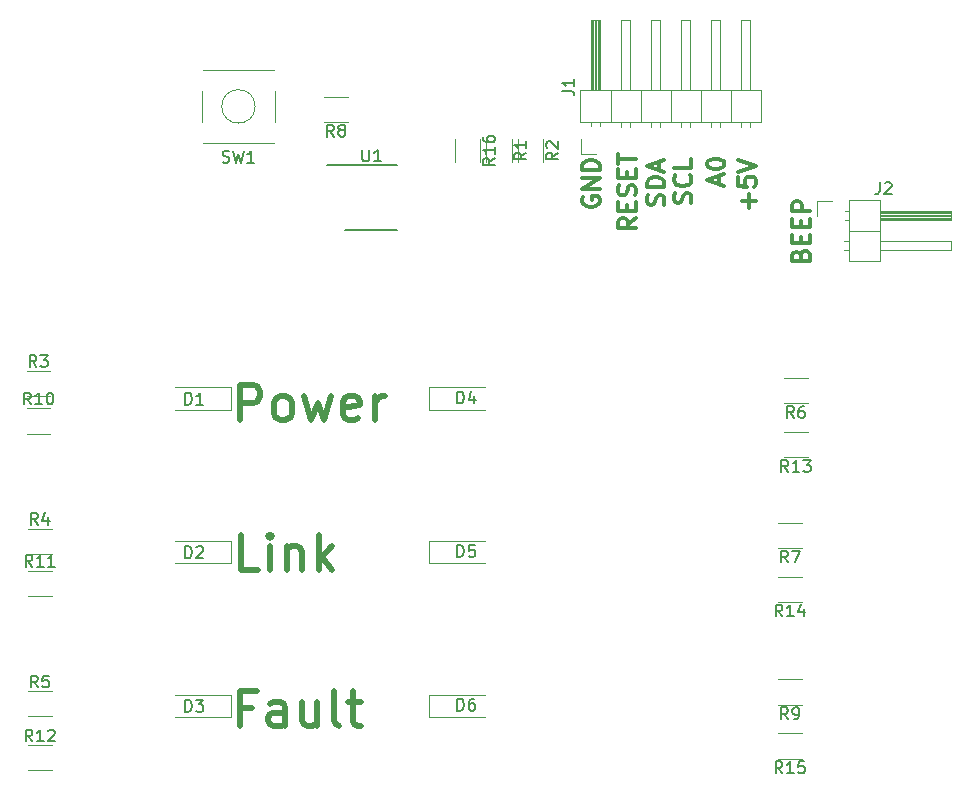
<source format=gto>
G04 #@! TF.FileFunction,Legend,Top*
%FSLAX46Y46*%
G04 Gerber Fmt 4.6, Leading zero omitted, Abs format (unit mm)*
G04 Created by KiCad (PCBNEW 4.0.7) date 02/21/18 16:56:12*
%MOMM*%
%LPD*%
G01*
G04 APERTURE LIST*
%ADD10C,0.100000*%
%ADD11C,0.300000*%
%ADD12C,0.500000*%
%ADD13C,0.120000*%
%ADD14C,0.150000*%
G04 APERTURE END LIST*
D10*
D11*
X124352857Y-47847000D02*
X124424286Y-47632714D01*
X124495714Y-47561286D01*
X124638571Y-47489857D01*
X124852857Y-47489857D01*
X124995714Y-47561286D01*
X125067143Y-47632714D01*
X125138571Y-47775572D01*
X125138571Y-48347000D01*
X123638571Y-48347000D01*
X123638571Y-47847000D01*
X123710000Y-47704143D01*
X123781429Y-47632714D01*
X123924286Y-47561286D01*
X124067143Y-47561286D01*
X124210000Y-47632714D01*
X124281429Y-47704143D01*
X124352857Y-47847000D01*
X124352857Y-48347000D01*
X124352857Y-46847000D02*
X124352857Y-46347000D01*
X125138571Y-46132714D02*
X125138571Y-46847000D01*
X123638571Y-46847000D01*
X123638571Y-46132714D01*
X124352857Y-45489857D02*
X124352857Y-44989857D01*
X125138571Y-44775571D02*
X125138571Y-45489857D01*
X123638571Y-45489857D01*
X123638571Y-44775571D01*
X125138571Y-44132714D02*
X123638571Y-44132714D01*
X123638571Y-43561286D01*
X123710000Y-43418428D01*
X123781429Y-43347000D01*
X123924286Y-43275571D01*
X124138571Y-43275571D01*
X124281429Y-43347000D01*
X124352857Y-43418428D01*
X124424286Y-43561286D01*
X124424286Y-44132714D01*
X119995143Y-43838571D02*
X119995143Y-42695714D01*
X120566571Y-43267143D02*
X119423714Y-43267143D01*
X119066571Y-41267142D02*
X119066571Y-41981428D01*
X119780857Y-42052857D01*
X119709429Y-41981428D01*
X119638000Y-41838571D01*
X119638000Y-41481428D01*
X119709429Y-41338571D01*
X119780857Y-41267142D01*
X119923714Y-41195714D01*
X120280857Y-41195714D01*
X120423714Y-41267142D01*
X120495143Y-41338571D01*
X120566571Y-41481428D01*
X120566571Y-41838571D01*
X120495143Y-41981428D01*
X120423714Y-42052857D01*
X119066571Y-40767143D02*
X120566571Y-40267143D01*
X119066571Y-39767143D01*
X117471000Y-41838428D02*
X117471000Y-41124142D01*
X117899571Y-41981285D02*
X116399571Y-41481285D01*
X117899571Y-40981285D01*
X116399571Y-40195571D02*
X116399571Y-40052714D01*
X116471000Y-39909857D01*
X116542429Y-39838428D01*
X116685286Y-39766999D01*
X116971000Y-39695571D01*
X117328143Y-39695571D01*
X117613857Y-39766999D01*
X117756714Y-39838428D01*
X117828143Y-39909857D01*
X117899571Y-40052714D01*
X117899571Y-40195571D01*
X117828143Y-40338428D01*
X117756714Y-40409857D01*
X117613857Y-40481285D01*
X117328143Y-40552714D01*
X116971000Y-40552714D01*
X116685286Y-40481285D01*
X116542429Y-40409857D01*
X116471000Y-40338428D01*
X116399571Y-40195571D01*
X115034143Y-43441714D02*
X115105571Y-43227428D01*
X115105571Y-42870285D01*
X115034143Y-42727428D01*
X114962714Y-42655999D01*
X114819857Y-42584571D01*
X114677000Y-42584571D01*
X114534143Y-42655999D01*
X114462714Y-42727428D01*
X114391286Y-42870285D01*
X114319857Y-43155999D01*
X114248429Y-43298857D01*
X114177000Y-43370285D01*
X114034143Y-43441714D01*
X113891286Y-43441714D01*
X113748429Y-43370285D01*
X113677000Y-43298857D01*
X113605571Y-43155999D01*
X113605571Y-42798857D01*
X113677000Y-42584571D01*
X114962714Y-41084571D02*
X115034143Y-41156000D01*
X115105571Y-41370286D01*
X115105571Y-41513143D01*
X115034143Y-41727428D01*
X114891286Y-41870286D01*
X114748429Y-41941714D01*
X114462714Y-42013143D01*
X114248429Y-42013143D01*
X113962714Y-41941714D01*
X113819857Y-41870286D01*
X113677000Y-41727428D01*
X113605571Y-41513143D01*
X113605571Y-41370286D01*
X113677000Y-41156000D01*
X113748429Y-41084571D01*
X115105571Y-39727428D02*
X115105571Y-40441714D01*
X113605571Y-40441714D01*
X112748143Y-43604428D02*
X112819571Y-43390142D01*
X112819571Y-43032999D01*
X112748143Y-42890142D01*
X112676714Y-42818713D01*
X112533857Y-42747285D01*
X112391000Y-42747285D01*
X112248143Y-42818713D01*
X112176714Y-42890142D01*
X112105286Y-43032999D01*
X112033857Y-43318713D01*
X111962429Y-43461571D01*
X111891000Y-43532999D01*
X111748143Y-43604428D01*
X111605286Y-43604428D01*
X111462429Y-43532999D01*
X111391000Y-43461571D01*
X111319571Y-43318713D01*
X111319571Y-42961571D01*
X111391000Y-42747285D01*
X112819571Y-42104428D02*
X111319571Y-42104428D01*
X111319571Y-41747285D01*
X111391000Y-41533000D01*
X111533857Y-41390142D01*
X111676714Y-41318714D01*
X111962429Y-41247285D01*
X112176714Y-41247285D01*
X112462429Y-41318714D01*
X112605286Y-41390142D01*
X112748143Y-41533000D01*
X112819571Y-41747285D01*
X112819571Y-42104428D01*
X112391000Y-40675857D02*
X112391000Y-39961571D01*
X112819571Y-40818714D02*
X111319571Y-40318714D01*
X112819571Y-39818714D01*
X110406571Y-44723571D02*
X109692286Y-45223571D01*
X110406571Y-45580714D02*
X108906571Y-45580714D01*
X108906571Y-45009286D01*
X108978000Y-44866428D01*
X109049429Y-44795000D01*
X109192286Y-44723571D01*
X109406571Y-44723571D01*
X109549429Y-44795000D01*
X109620857Y-44866428D01*
X109692286Y-45009286D01*
X109692286Y-45580714D01*
X109620857Y-44080714D02*
X109620857Y-43580714D01*
X110406571Y-43366428D02*
X110406571Y-44080714D01*
X108906571Y-44080714D01*
X108906571Y-43366428D01*
X110335143Y-42795000D02*
X110406571Y-42580714D01*
X110406571Y-42223571D01*
X110335143Y-42080714D01*
X110263714Y-42009285D01*
X110120857Y-41937857D01*
X109978000Y-41937857D01*
X109835143Y-42009285D01*
X109763714Y-42080714D01*
X109692286Y-42223571D01*
X109620857Y-42509285D01*
X109549429Y-42652143D01*
X109478000Y-42723571D01*
X109335143Y-42795000D01*
X109192286Y-42795000D01*
X109049429Y-42723571D01*
X108978000Y-42652143D01*
X108906571Y-42509285D01*
X108906571Y-42152143D01*
X108978000Y-41937857D01*
X109620857Y-41295000D02*
X109620857Y-40795000D01*
X110406571Y-40580714D02*
X110406571Y-41295000D01*
X108906571Y-41295000D01*
X108906571Y-40580714D01*
X108906571Y-40152143D02*
X108906571Y-39295000D01*
X110406571Y-39723571D02*
X108906571Y-39723571D01*
X105930000Y-42925857D02*
X105858571Y-43068714D01*
X105858571Y-43283000D01*
X105930000Y-43497285D01*
X106072857Y-43640143D01*
X106215714Y-43711571D01*
X106501429Y-43783000D01*
X106715714Y-43783000D01*
X107001429Y-43711571D01*
X107144286Y-43640143D01*
X107287143Y-43497285D01*
X107358571Y-43283000D01*
X107358571Y-43140143D01*
X107287143Y-42925857D01*
X107215714Y-42854428D01*
X106715714Y-42854428D01*
X106715714Y-43140143D01*
X107358571Y-42211571D02*
X105858571Y-42211571D01*
X107358571Y-41354428D01*
X105858571Y-41354428D01*
X107358571Y-40640142D02*
X105858571Y-40640142D01*
X105858571Y-40282999D01*
X105930000Y-40068714D01*
X106072857Y-39925856D01*
X106215714Y-39854428D01*
X106501429Y-39782999D01*
X106715714Y-39782999D01*
X107001429Y-39854428D01*
X107144286Y-39925856D01*
X107287143Y-40068714D01*
X107358571Y-40282999D01*
X107358571Y-40640142D01*
D12*
X77859428Y-86145714D02*
X76859428Y-86145714D01*
X76859428Y-87717143D02*
X76859428Y-84717143D01*
X78287999Y-84717143D01*
X80716571Y-87717143D02*
X80716571Y-86145714D01*
X80573714Y-85860000D01*
X80288000Y-85717143D01*
X79716571Y-85717143D01*
X79430857Y-85860000D01*
X80716571Y-87574286D02*
X80430857Y-87717143D01*
X79716571Y-87717143D01*
X79430857Y-87574286D01*
X79288000Y-87288571D01*
X79288000Y-87002857D01*
X79430857Y-86717143D01*
X79716571Y-86574286D01*
X80430857Y-86574286D01*
X80716571Y-86431429D01*
X83430857Y-85717143D02*
X83430857Y-87717143D01*
X82145143Y-85717143D02*
X82145143Y-87288571D01*
X82288000Y-87574286D01*
X82573714Y-87717143D01*
X83002286Y-87717143D01*
X83288000Y-87574286D01*
X83430857Y-87431429D01*
X85288000Y-87717143D02*
X85002286Y-87574286D01*
X84859429Y-87288571D01*
X84859429Y-84717143D01*
X86002286Y-85717143D02*
X87145143Y-85717143D01*
X86430858Y-84717143D02*
X86430858Y-87288571D01*
X86573715Y-87574286D01*
X86859429Y-87717143D01*
X87145143Y-87717143D01*
X78414858Y-74509143D02*
X76986287Y-74509143D01*
X76986287Y-71509143D01*
X79414858Y-74509143D02*
X79414858Y-72509143D01*
X79414858Y-71509143D02*
X79272001Y-71652000D01*
X79414858Y-71794857D01*
X79557715Y-71652000D01*
X79414858Y-71509143D01*
X79414858Y-71794857D01*
X80843429Y-72509143D02*
X80843429Y-74509143D01*
X80843429Y-72794857D02*
X80986286Y-72652000D01*
X81272000Y-72509143D01*
X81700572Y-72509143D01*
X81986286Y-72652000D01*
X82129143Y-72937714D01*
X82129143Y-74509143D01*
X83557715Y-74509143D02*
X83557715Y-71509143D01*
X83843429Y-73366286D02*
X84700572Y-74509143D01*
X84700572Y-72509143D02*
X83557715Y-73652000D01*
X76875429Y-61809143D02*
X76875429Y-58809143D01*
X78018286Y-58809143D01*
X78304000Y-58952000D01*
X78446857Y-59094857D01*
X78589714Y-59380571D01*
X78589714Y-59809143D01*
X78446857Y-60094857D01*
X78304000Y-60237714D01*
X78018286Y-60380571D01*
X76875429Y-60380571D01*
X80304000Y-61809143D02*
X80018286Y-61666286D01*
X79875429Y-61523429D01*
X79732572Y-61237714D01*
X79732572Y-60380571D01*
X79875429Y-60094857D01*
X80018286Y-59952000D01*
X80304000Y-59809143D01*
X80732572Y-59809143D01*
X81018286Y-59952000D01*
X81161143Y-60094857D01*
X81304000Y-60380571D01*
X81304000Y-61237714D01*
X81161143Y-61523429D01*
X81018286Y-61666286D01*
X80732572Y-61809143D01*
X80304000Y-61809143D01*
X82304000Y-59809143D02*
X82875429Y-61809143D01*
X83446858Y-60380571D01*
X84018286Y-61809143D01*
X84589715Y-59809143D01*
X86875429Y-61666286D02*
X86589715Y-61809143D01*
X86018286Y-61809143D01*
X85732572Y-61666286D01*
X85589715Y-61380571D01*
X85589715Y-60237714D01*
X85732572Y-59952000D01*
X86018286Y-59809143D01*
X86589715Y-59809143D01*
X86875429Y-59952000D01*
X87018286Y-60237714D01*
X87018286Y-60523429D01*
X85589715Y-60809143D01*
X88304001Y-61809143D02*
X88304001Y-59809143D01*
X88304001Y-60380571D02*
X88446858Y-60094857D01*
X88589715Y-59952000D01*
X88875429Y-59809143D01*
X89161144Y-59809143D01*
D13*
X105670000Y-36560000D02*
X121030000Y-36560000D01*
X121030000Y-36560000D02*
X121030000Y-33900000D01*
X121030000Y-33900000D02*
X105670000Y-33900000D01*
X105670000Y-33900000D02*
X105670000Y-36560000D01*
X106620000Y-33900000D02*
X106620000Y-27900000D01*
X106620000Y-27900000D02*
X107380000Y-27900000D01*
X107380000Y-27900000D02*
X107380000Y-33900000D01*
X106680000Y-33900000D02*
X106680000Y-27900000D01*
X106800000Y-33900000D02*
X106800000Y-27900000D01*
X106920000Y-33900000D02*
X106920000Y-27900000D01*
X107040000Y-33900000D02*
X107040000Y-27900000D01*
X107160000Y-33900000D02*
X107160000Y-27900000D01*
X107280000Y-33900000D02*
X107280000Y-27900000D01*
X106620000Y-36890000D02*
X106620000Y-36560000D01*
X107380000Y-36890000D02*
X107380000Y-36560000D01*
X108270000Y-36560000D02*
X108270000Y-33900000D01*
X109160000Y-33900000D02*
X109160000Y-27900000D01*
X109160000Y-27900000D02*
X109920000Y-27900000D01*
X109920000Y-27900000D02*
X109920000Y-33900000D01*
X109160000Y-36957071D02*
X109160000Y-36560000D01*
X109920000Y-36957071D02*
X109920000Y-36560000D01*
X110810000Y-36560000D02*
X110810000Y-33900000D01*
X111700000Y-33900000D02*
X111700000Y-27900000D01*
X111700000Y-27900000D02*
X112460000Y-27900000D01*
X112460000Y-27900000D02*
X112460000Y-33900000D01*
X111700000Y-36957071D02*
X111700000Y-36560000D01*
X112460000Y-36957071D02*
X112460000Y-36560000D01*
X113350000Y-36560000D02*
X113350000Y-33900000D01*
X114240000Y-33900000D02*
X114240000Y-27900000D01*
X114240000Y-27900000D02*
X115000000Y-27900000D01*
X115000000Y-27900000D02*
X115000000Y-33900000D01*
X114240000Y-36957071D02*
X114240000Y-36560000D01*
X115000000Y-36957071D02*
X115000000Y-36560000D01*
X115890000Y-36560000D02*
X115890000Y-33900000D01*
X116780000Y-33900000D02*
X116780000Y-27900000D01*
X116780000Y-27900000D02*
X117540000Y-27900000D01*
X117540000Y-27900000D02*
X117540000Y-33900000D01*
X116780000Y-36957071D02*
X116780000Y-36560000D01*
X117540000Y-36957071D02*
X117540000Y-36560000D01*
X118430000Y-36560000D02*
X118430000Y-33900000D01*
X119320000Y-33900000D02*
X119320000Y-27900000D01*
X119320000Y-27900000D02*
X120080000Y-27900000D01*
X120080000Y-27900000D02*
X120080000Y-33900000D01*
X119320000Y-36957071D02*
X119320000Y-36560000D01*
X120080000Y-36957071D02*
X120080000Y-36560000D01*
X107000000Y-39270000D02*
X105730000Y-39270000D01*
X105730000Y-39270000D02*
X105730000Y-38000000D01*
X128440000Y-43170000D02*
X128440000Y-48370000D01*
X128440000Y-48370000D02*
X131100000Y-48370000D01*
X131100000Y-48370000D02*
X131100000Y-43170000D01*
X131100000Y-43170000D02*
X128440000Y-43170000D01*
X131100000Y-44120000D02*
X137100000Y-44120000D01*
X137100000Y-44120000D02*
X137100000Y-44880000D01*
X137100000Y-44880000D02*
X131100000Y-44880000D01*
X131100000Y-44180000D02*
X137100000Y-44180000D01*
X131100000Y-44300000D02*
X137100000Y-44300000D01*
X131100000Y-44420000D02*
X137100000Y-44420000D01*
X131100000Y-44540000D02*
X137100000Y-44540000D01*
X131100000Y-44660000D02*
X137100000Y-44660000D01*
X131100000Y-44780000D02*
X137100000Y-44780000D01*
X128110000Y-44120000D02*
X128440000Y-44120000D01*
X128110000Y-44880000D02*
X128440000Y-44880000D01*
X128440000Y-45770000D02*
X131100000Y-45770000D01*
X131100000Y-46660000D02*
X137100000Y-46660000D01*
X137100000Y-46660000D02*
X137100000Y-47420000D01*
X137100000Y-47420000D02*
X131100000Y-47420000D01*
X128042929Y-46660000D02*
X128440000Y-46660000D01*
X128042929Y-47420000D02*
X128440000Y-47420000D01*
X125730000Y-44500000D02*
X125730000Y-43230000D01*
X125730000Y-43230000D02*
X127000000Y-43230000D01*
X97736000Y-39989000D02*
X97736000Y-37989000D01*
X99876000Y-37989000D02*
X99876000Y-39989000D01*
X100430000Y-40000000D02*
X100430000Y-38000000D01*
X102570000Y-38000000D02*
X102570000Y-40000000D01*
X60817000Y-59775000D02*
X58817000Y-59775000D01*
X58817000Y-57635000D02*
X60817000Y-57635000D01*
X60936000Y-73134000D02*
X58936000Y-73134000D01*
X58936000Y-70994000D02*
X60936000Y-70994000D01*
X60944000Y-86906000D02*
X58944000Y-86906000D01*
X58944000Y-84766000D02*
X60944000Y-84766000D01*
X122936000Y-58254000D02*
X124936000Y-58254000D01*
X124936000Y-60394000D02*
X122936000Y-60394000D01*
X122436000Y-70486000D02*
X124436000Y-70486000D01*
X124436000Y-72626000D02*
X122436000Y-72626000D01*
X84000000Y-34430000D02*
X86000000Y-34430000D01*
X86000000Y-36570000D02*
X84000000Y-36570000D01*
X122444000Y-83766000D02*
X124444000Y-83766000D01*
X124444000Y-85906000D02*
X122444000Y-85906000D01*
X60817000Y-62950000D02*
X58817000Y-62950000D01*
X58817000Y-60810000D02*
X60817000Y-60810000D01*
X60936000Y-76690000D02*
X58936000Y-76690000D01*
X58936000Y-74550000D02*
X60936000Y-74550000D01*
X60944000Y-91478000D02*
X58944000Y-91478000D01*
X58944000Y-89338000D02*
X60944000Y-89338000D01*
X122936000Y-62826000D02*
X124936000Y-62826000D01*
X124936000Y-64966000D02*
X122936000Y-64966000D01*
X122436000Y-75058000D02*
X124436000Y-75058000D01*
X124436000Y-77198000D02*
X122436000Y-77198000D01*
X122444000Y-88338000D02*
X124444000Y-88338000D01*
X124444000Y-90478000D02*
X122444000Y-90478000D01*
X78164214Y-35250000D02*
G75*
G03X78164214Y-35250000I-1414214J0D01*
G01*
X79720000Y-32130000D02*
X73780000Y-32130000D01*
X79720000Y-38370000D02*
X73780000Y-38370000D01*
X79870000Y-33910000D02*
X79870000Y-36590000D01*
X73630000Y-36590000D02*
X73630000Y-33910000D01*
D14*
X85800000Y-45725000D02*
X90200000Y-45725000D01*
X84225000Y-40200000D02*
X90200000Y-40200000D01*
D13*
X92900000Y-85050000D02*
X92900000Y-86950000D01*
X92900000Y-86950000D02*
X97600000Y-86950000D01*
X92900000Y-85050000D02*
X97600000Y-85050000D01*
X92900000Y-72050000D02*
X92900000Y-73950000D01*
X92900000Y-73950000D02*
X97600000Y-73950000D01*
X92900000Y-72050000D02*
X97600000Y-72050000D01*
X92900000Y-59050000D02*
X92900000Y-60950000D01*
X92900000Y-60950000D02*
X97600000Y-60950000D01*
X92900000Y-59050000D02*
X97600000Y-59050000D01*
X76100000Y-86950000D02*
X76100000Y-85050000D01*
X76100000Y-85050000D02*
X71400000Y-85050000D01*
X76100000Y-86950000D02*
X71400000Y-86950000D01*
X76100000Y-73950000D02*
X76100000Y-72050000D01*
X76100000Y-72050000D02*
X71400000Y-72050000D01*
X76100000Y-73950000D02*
X71400000Y-73950000D01*
X76100000Y-60950000D02*
X76100000Y-59050000D01*
X76100000Y-59050000D02*
X71400000Y-59050000D01*
X76100000Y-60950000D02*
X71400000Y-60950000D01*
X95069000Y-39989000D02*
X95069000Y-37989000D01*
X97209000Y-37989000D02*
X97209000Y-39989000D01*
D14*
X104182381Y-33948333D02*
X104896667Y-33948333D01*
X105039524Y-33995953D01*
X105134762Y-34091191D01*
X105182381Y-34234048D01*
X105182381Y-34329286D01*
X105182381Y-32948333D02*
X105182381Y-33519762D01*
X105182381Y-33234048D02*
X104182381Y-33234048D01*
X104325238Y-33329286D01*
X104420476Y-33424524D01*
X104468095Y-33519762D01*
X131051667Y-41682381D02*
X131051667Y-42396667D01*
X131004047Y-42539524D01*
X130908809Y-42634762D01*
X130765952Y-42682381D01*
X130670714Y-42682381D01*
X131480238Y-41777619D02*
X131527857Y-41730000D01*
X131623095Y-41682381D01*
X131861191Y-41682381D01*
X131956429Y-41730000D01*
X132004048Y-41777619D01*
X132051667Y-41872857D01*
X132051667Y-41968095D01*
X132004048Y-42110952D01*
X131432619Y-42682381D01*
X132051667Y-42682381D01*
X101108381Y-39155666D02*
X100632190Y-39489000D01*
X101108381Y-39727095D02*
X100108381Y-39727095D01*
X100108381Y-39346142D01*
X100156000Y-39250904D01*
X100203619Y-39203285D01*
X100298857Y-39155666D01*
X100441714Y-39155666D01*
X100536952Y-39203285D01*
X100584571Y-39250904D01*
X100632190Y-39346142D01*
X100632190Y-39727095D01*
X101108381Y-38203285D02*
X101108381Y-38774714D01*
X101108381Y-38489000D02*
X100108381Y-38489000D01*
X100251238Y-38584238D01*
X100346476Y-38679476D01*
X100394095Y-38774714D01*
X103802381Y-39166666D02*
X103326190Y-39500000D01*
X103802381Y-39738095D02*
X102802381Y-39738095D01*
X102802381Y-39357142D01*
X102850000Y-39261904D01*
X102897619Y-39214285D01*
X102992857Y-39166666D01*
X103135714Y-39166666D01*
X103230952Y-39214285D01*
X103278571Y-39261904D01*
X103326190Y-39357142D01*
X103326190Y-39738095D01*
X102897619Y-38785714D02*
X102850000Y-38738095D01*
X102802381Y-38642857D01*
X102802381Y-38404761D01*
X102850000Y-38309523D01*
X102897619Y-38261904D01*
X102992857Y-38214285D01*
X103088095Y-38214285D01*
X103230952Y-38261904D01*
X103802381Y-38833333D01*
X103802381Y-38214285D01*
X59650334Y-57307381D02*
X59317000Y-56831190D01*
X59078905Y-57307381D02*
X59078905Y-56307381D01*
X59459858Y-56307381D01*
X59555096Y-56355000D01*
X59602715Y-56402619D01*
X59650334Y-56497857D01*
X59650334Y-56640714D01*
X59602715Y-56735952D01*
X59555096Y-56783571D01*
X59459858Y-56831190D01*
X59078905Y-56831190D01*
X59983667Y-56307381D02*
X60602715Y-56307381D01*
X60269381Y-56688333D01*
X60412239Y-56688333D01*
X60507477Y-56735952D01*
X60555096Y-56783571D01*
X60602715Y-56878810D01*
X60602715Y-57116905D01*
X60555096Y-57212143D01*
X60507477Y-57259762D01*
X60412239Y-57307381D01*
X60126524Y-57307381D01*
X60031286Y-57259762D01*
X59983667Y-57212143D01*
X59769334Y-70666381D02*
X59436000Y-70190190D01*
X59197905Y-70666381D02*
X59197905Y-69666381D01*
X59578858Y-69666381D01*
X59674096Y-69714000D01*
X59721715Y-69761619D01*
X59769334Y-69856857D01*
X59769334Y-69999714D01*
X59721715Y-70094952D01*
X59674096Y-70142571D01*
X59578858Y-70190190D01*
X59197905Y-70190190D01*
X60626477Y-69999714D02*
X60626477Y-70666381D01*
X60388381Y-69618762D02*
X60150286Y-70333048D01*
X60769334Y-70333048D01*
X59777334Y-84438381D02*
X59444000Y-83962190D01*
X59205905Y-84438381D02*
X59205905Y-83438381D01*
X59586858Y-83438381D01*
X59682096Y-83486000D01*
X59729715Y-83533619D01*
X59777334Y-83628857D01*
X59777334Y-83771714D01*
X59729715Y-83866952D01*
X59682096Y-83914571D01*
X59586858Y-83962190D01*
X59205905Y-83962190D01*
X60682096Y-83438381D02*
X60205905Y-83438381D01*
X60158286Y-83914571D01*
X60205905Y-83866952D01*
X60301143Y-83819333D01*
X60539239Y-83819333D01*
X60634477Y-83866952D01*
X60682096Y-83914571D01*
X60729715Y-84009810D01*
X60729715Y-84247905D01*
X60682096Y-84343143D01*
X60634477Y-84390762D01*
X60539239Y-84438381D01*
X60301143Y-84438381D01*
X60205905Y-84390762D01*
X60158286Y-84343143D01*
X123769334Y-61626381D02*
X123436000Y-61150190D01*
X123197905Y-61626381D02*
X123197905Y-60626381D01*
X123578858Y-60626381D01*
X123674096Y-60674000D01*
X123721715Y-60721619D01*
X123769334Y-60816857D01*
X123769334Y-60959714D01*
X123721715Y-61054952D01*
X123674096Y-61102571D01*
X123578858Y-61150190D01*
X123197905Y-61150190D01*
X124626477Y-60626381D02*
X124436000Y-60626381D01*
X124340762Y-60674000D01*
X124293143Y-60721619D01*
X124197905Y-60864476D01*
X124150286Y-61054952D01*
X124150286Y-61435905D01*
X124197905Y-61531143D01*
X124245524Y-61578762D01*
X124340762Y-61626381D01*
X124531239Y-61626381D01*
X124626477Y-61578762D01*
X124674096Y-61531143D01*
X124721715Y-61435905D01*
X124721715Y-61197810D01*
X124674096Y-61102571D01*
X124626477Y-61054952D01*
X124531239Y-61007333D01*
X124340762Y-61007333D01*
X124245524Y-61054952D01*
X124197905Y-61102571D01*
X124150286Y-61197810D01*
X123269334Y-73858381D02*
X122936000Y-73382190D01*
X122697905Y-73858381D02*
X122697905Y-72858381D01*
X123078858Y-72858381D01*
X123174096Y-72906000D01*
X123221715Y-72953619D01*
X123269334Y-73048857D01*
X123269334Y-73191714D01*
X123221715Y-73286952D01*
X123174096Y-73334571D01*
X123078858Y-73382190D01*
X122697905Y-73382190D01*
X123602667Y-72858381D02*
X124269334Y-72858381D01*
X123840762Y-73858381D01*
X84833334Y-37802381D02*
X84500000Y-37326190D01*
X84261905Y-37802381D02*
X84261905Y-36802381D01*
X84642858Y-36802381D01*
X84738096Y-36850000D01*
X84785715Y-36897619D01*
X84833334Y-36992857D01*
X84833334Y-37135714D01*
X84785715Y-37230952D01*
X84738096Y-37278571D01*
X84642858Y-37326190D01*
X84261905Y-37326190D01*
X85404762Y-37230952D02*
X85309524Y-37183333D01*
X85261905Y-37135714D01*
X85214286Y-37040476D01*
X85214286Y-36992857D01*
X85261905Y-36897619D01*
X85309524Y-36850000D01*
X85404762Y-36802381D01*
X85595239Y-36802381D01*
X85690477Y-36850000D01*
X85738096Y-36897619D01*
X85785715Y-36992857D01*
X85785715Y-37040476D01*
X85738096Y-37135714D01*
X85690477Y-37183333D01*
X85595239Y-37230952D01*
X85404762Y-37230952D01*
X85309524Y-37278571D01*
X85261905Y-37326190D01*
X85214286Y-37421429D01*
X85214286Y-37611905D01*
X85261905Y-37707143D01*
X85309524Y-37754762D01*
X85404762Y-37802381D01*
X85595239Y-37802381D01*
X85690477Y-37754762D01*
X85738096Y-37707143D01*
X85785715Y-37611905D01*
X85785715Y-37421429D01*
X85738096Y-37326190D01*
X85690477Y-37278571D01*
X85595239Y-37230952D01*
X123277334Y-87138381D02*
X122944000Y-86662190D01*
X122705905Y-87138381D02*
X122705905Y-86138381D01*
X123086858Y-86138381D01*
X123182096Y-86186000D01*
X123229715Y-86233619D01*
X123277334Y-86328857D01*
X123277334Y-86471714D01*
X123229715Y-86566952D01*
X123182096Y-86614571D01*
X123086858Y-86662190D01*
X122705905Y-86662190D01*
X123753524Y-87138381D02*
X123944000Y-87138381D01*
X124039239Y-87090762D01*
X124086858Y-87043143D01*
X124182096Y-86900286D01*
X124229715Y-86709810D01*
X124229715Y-86328857D01*
X124182096Y-86233619D01*
X124134477Y-86186000D01*
X124039239Y-86138381D01*
X123848762Y-86138381D01*
X123753524Y-86186000D01*
X123705905Y-86233619D01*
X123658286Y-86328857D01*
X123658286Y-86566952D01*
X123705905Y-86662190D01*
X123753524Y-86709810D01*
X123848762Y-86757429D01*
X124039239Y-86757429D01*
X124134477Y-86709810D01*
X124182096Y-86662190D01*
X124229715Y-86566952D01*
X59174143Y-60482381D02*
X58840809Y-60006190D01*
X58602714Y-60482381D02*
X58602714Y-59482381D01*
X58983667Y-59482381D01*
X59078905Y-59530000D01*
X59126524Y-59577619D01*
X59174143Y-59672857D01*
X59174143Y-59815714D01*
X59126524Y-59910952D01*
X59078905Y-59958571D01*
X58983667Y-60006190D01*
X58602714Y-60006190D01*
X60126524Y-60482381D02*
X59555095Y-60482381D01*
X59840809Y-60482381D02*
X59840809Y-59482381D01*
X59745571Y-59625238D01*
X59650333Y-59720476D01*
X59555095Y-59768095D01*
X60745571Y-59482381D02*
X60840810Y-59482381D01*
X60936048Y-59530000D01*
X60983667Y-59577619D01*
X61031286Y-59672857D01*
X61078905Y-59863333D01*
X61078905Y-60101429D01*
X61031286Y-60291905D01*
X60983667Y-60387143D01*
X60936048Y-60434762D01*
X60840810Y-60482381D01*
X60745571Y-60482381D01*
X60650333Y-60434762D01*
X60602714Y-60387143D01*
X60555095Y-60291905D01*
X60507476Y-60101429D01*
X60507476Y-59863333D01*
X60555095Y-59672857D01*
X60602714Y-59577619D01*
X60650333Y-59530000D01*
X60745571Y-59482381D01*
X59293143Y-74222381D02*
X58959809Y-73746190D01*
X58721714Y-74222381D02*
X58721714Y-73222381D01*
X59102667Y-73222381D01*
X59197905Y-73270000D01*
X59245524Y-73317619D01*
X59293143Y-73412857D01*
X59293143Y-73555714D01*
X59245524Y-73650952D01*
X59197905Y-73698571D01*
X59102667Y-73746190D01*
X58721714Y-73746190D01*
X60245524Y-74222381D02*
X59674095Y-74222381D01*
X59959809Y-74222381D02*
X59959809Y-73222381D01*
X59864571Y-73365238D01*
X59769333Y-73460476D01*
X59674095Y-73508095D01*
X61197905Y-74222381D02*
X60626476Y-74222381D01*
X60912190Y-74222381D02*
X60912190Y-73222381D01*
X60816952Y-73365238D01*
X60721714Y-73460476D01*
X60626476Y-73508095D01*
X59301143Y-89010381D02*
X58967809Y-88534190D01*
X58729714Y-89010381D02*
X58729714Y-88010381D01*
X59110667Y-88010381D01*
X59205905Y-88058000D01*
X59253524Y-88105619D01*
X59301143Y-88200857D01*
X59301143Y-88343714D01*
X59253524Y-88438952D01*
X59205905Y-88486571D01*
X59110667Y-88534190D01*
X58729714Y-88534190D01*
X60253524Y-89010381D02*
X59682095Y-89010381D01*
X59967809Y-89010381D02*
X59967809Y-88010381D01*
X59872571Y-88153238D01*
X59777333Y-88248476D01*
X59682095Y-88296095D01*
X60634476Y-88105619D02*
X60682095Y-88058000D01*
X60777333Y-88010381D01*
X61015429Y-88010381D01*
X61110667Y-88058000D01*
X61158286Y-88105619D01*
X61205905Y-88200857D01*
X61205905Y-88296095D01*
X61158286Y-88438952D01*
X60586857Y-89010381D01*
X61205905Y-89010381D01*
X123293143Y-66198381D02*
X122959809Y-65722190D01*
X122721714Y-66198381D02*
X122721714Y-65198381D01*
X123102667Y-65198381D01*
X123197905Y-65246000D01*
X123245524Y-65293619D01*
X123293143Y-65388857D01*
X123293143Y-65531714D01*
X123245524Y-65626952D01*
X123197905Y-65674571D01*
X123102667Y-65722190D01*
X122721714Y-65722190D01*
X124245524Y-66198381D02*
X123674095Y-66198381D01*
X123959809Y-66198381D02*
X123959809Y-65198381D01*
X123864571Y-65341238D01*
X123769333Y-65436476D01*
X123674095Y-65484095D01*
X124578857Y-65198381D02*
X125197905Y-65198381D01*
X124864571Y-65579333D01*
X125007429Y-65579333D01*
X125102667Y-65626952D01*
X125150286Y-65674571D01*
X125197905Y-65769810D01*
X125197905Y-66007905D01*
X125150286Y-66103143D01*
X125102667Y-66150762D01*
X125007429Y-66198381D01*
X124721714Y-66198381D01*
X124626476Y-66150762D01*
X124578857Y-66103143D01*
X122793143Y-78430381D02*
X122459809Y-77954190D01*
X122221714Y-78430381D02*
X122221714Y-77430381D01*
X122602667Y-77430381D01*
X122697905Y-77478000D01*
X122745524Y-77525619D01*
X122793143Y-77620857D01*
X122793143Y-77763714D01*
X122745524Y-77858952D01*
X122697905Y-77906571D01*
X122602667Y-77954190D01*
X122221714Y-77954190D01*
X123745524Y-78430381D02*
X123174095Y-78430381D01*
X123459809Y-78430381D02*
X123459809Y-77430381D01*
X123364571Y-77573238D01*
X123269333Y-77668476D01*
X123174095Y-77716095D01*
X124602667Y-77763714D02*
X124602667Y-78430381D01*
X124364571Y-77382762D02*
X124126476Y-78097048D01*
X124745524Y-78097048D01*
X122801143Y-91710381D02*
X122467809Y-91234190D01*
X122229714Y-91710381D02*
X122229714Y-90710381D01*
X122610667Y-90710381D01*
X122705905Y-90758000D01*
X122753524Y-90805619D01*
X122801143Y-90900857D01*
X122801143Y-91043714D01*
X122753524Y-91138952D01*
X122705905Y-91186571D01*
X122610667Y-91234190D01*
X122229714Y-91234190D01*
X123753524Y-91710381D02*
X123182095Y-91710381D01*
X123467809Y-91710381D02*
X123467809Y-90710381D01*
X123372571Y-90853238D01*
X123277333Y-90948476D01*
X123182095Y-90996095D01*
X124658286Y-90710381D02*
X124182095Y-90710381D01*
X124134476Y-91186571D01*
X124182095Y-91138952D01*
X124277333Y-91091333D01*
X124515429Y-91091333D01*
X124610667Y-91138952D01*
X124658286Y-91186571D01*
X124705905Y-91281810D01*
X124705905Y-91519905D01*
X124658286Y-91615143D01*
X124610667Y-91662762D01*
X124515429Y-91710381D01*
X124277333Y-91710381D01*
X124182095Y-91662762D01*
X124134476Y-91615143D01*
X75416667Y-39954762D02*
X75559524Y-40002381D01*
X75797620Y-40002381D01*
X75892858Y-39954762D01*
X75940477Y-39907143D01*
X75988096Y-39811905D01*
X75988096Y-39716667D01*
X75940477Y-39621429D01*
X75892858Y-39573810D01*
X75797620Y-39526190D01*
X75607143Y-39478571D01*
X75511905Y-39430952D01*
X75464286Y-39383333D01*
X75416667Y-39288095D01*
X75416667Y-39192857D01*
X75464286Y-39097619D01*
X75511905Y-39050000D01*
X75607143Y-39002381D01*
X75845239Y-39002381D01*
X75988096Y-39050000D01*
X76321429Y-39002381D02*
X76559524Y-40002381D01*
X76750001Y-39288095D01*
X76940477Y-40002381D01*
X77178572Y-39002381D01*
X78083334Y-40002381D02*
X77511905Y-40002381D01*
X77797619Y-40002381D02*
X77797619Y-39002381D01*
X77702381Y-39145238D01*
X77607143Y-39240476D01*
X77511905Y-39288095D01*
X87238095Y-38902381D02*
X87238095Y-39711905D01*
X87285714Y-39807143D01*
X87333333Y-39854762D01*
X87428571Y-39902381D01*
X87619048Y-39902381D01*
X87714286Y-39854762D01*
X87761905Y-39807143D01*
X87809524Y-39711905D01*
X87809524Y-38902381D01*
X88809524Y-39902381D02*
X88238095Y-39902381D01*
X88523809Y-39902381D02*
X88523809Y-38902381D01*
X88428571Y-39045238D01*
X88333333Y-39140476D01*
X88238095Y-39188095D01*
X95279685Y-86406661D02*
X95279685Y-85406661D01*
X95517780Y-85406661D01*
X95660638Y-85454280D01*
X95755876Y-85549518D01*
X95803495Y-85644756D01*
X95851114Y-85835232D01*
X95851114Y-85978090D01*
X95803495Y-86168566D01*
X95755876Y-86263804D01*
X95660638Y-86359042D01*
X95517780Y-86406661D01*
X95279685Y-86406661D01*
X96708257Y-85406661D02*
X96517780Y-85406661D01*
X96422542Y-85454280D01*
X96374923Y-85501899D01*
X96279685Y-85644756D01*
X96232066Y-85835232D01*
X96232066Y-86216185D01*
X96279685Y-86311423D01*
X96327304Y-86359042D01*
X96422542Y-86406661D01*
X96613019Y-86406661D01*
X96708257Y-86359042D01*
X96755876Y-86311423D01*
X96803495Y-86216185D01*
X96803495Y-85978090D01*
X96755876Y-85882851D01*
X96708257Y-85835232D01*
X96613019Y-85787613D01*
X96422542Y-85787613D01*
X96327304Y-85835232D01*
X96279685Y-85882851D01*
X96232066Y-85978090D01*
X95279685Y-73406661D02*
X95279685Y-72406661D01*
X95517780Y-72406661D01*
X95660638Y-72454280D01*
X95755876Y-72549518D01*
X95803495Y-72644756D01*
X95851114Y-72835232D01*
X95851114Y-72978090D01*
X95803495Y-73168566D01*
X95755876Y-73263804D01*
X95660638Y-73359042D01*
X95517780Y-73406661D01*
X95279685Y-73406661D01*
X96755876Y-72406661D02*
X96279685Y-72406661D01*
X96232066Y-72882851D01*
X96279685Y-72835232D01*
X96374923Y-72787613D01*
X96613019Y-72787613D01*
X96708257Y-72835232D01*
X96755876Y-72882851D01*
X96803495Y-72978090D01*
X96803495Y-73216185D01*
X96755876Y-73311423D01*
X96708257Y-73359042D01*
X96613019Y-73406661D01*
X96374923Y-73406661D01*
X96279685Y-73359042D01*
X96232066Y-73311423D01*
X95279685Y-60406661D02*
X95279685Y-59406661D01*
X95517780Y-59406661D01*
X95660638Y-59454280D01*
X95755876Y-59549518D01*
X95803495Y-59644756D01*
X95851114Y-59835232D01*
X95851114Y-59978090D01*
X95803495Y-60168566D01*
X95755876Y-60263804D01*
X95660638Y-60359042D01*
X95517780Y-60406661D01*
X95279685Y-60406661D01*
X96708257Y-59739994D02*
X96708257Y-60406661D01*
X96470161Y-59359042D02*
X96232066Y-60073328D01*
X96851114Y-60073328D01*
X72244125Y-86498101D02*
X72244125Y-85498101D01*
X72482220Y-85498101D01*
X72625078Y-85545720D01*
X72720316Y-85640958D01*
X72767935Y-85736196D01*
X72815554Y-85926672D01*
X72815554Y-86069530D01*
X72767935Y-86260006D01*
X72720316Y-86355244D01*
X72625078Y-86450482D01*
X72482220Y-86498101D01*
X72244125Y-86498101D01*
X73148887Y-85498101D02*
X73767935Y-85498101D01*
X73434601Y-85879053D01*
X73577459Y-85879053D01*
X73672697Y-85926672D01*
X73720316Y-85974291D01*
X73767935Y-86069530D01*
X73767935Y-86307625D01*
X73720316Y-86402863D01*
X73672697Y-86450482D01*
X73577459Y-86498101D01*
X73291744Y-86498101D01*
X73196506Y-86450482D01*
X73148887Y-86402863D01*
X72244125Y-73498101D02*
X72244125Y-72498101D01*
X72482220Y-72498101D01*
X72625078Y-72545720D01*
X72720316Y-72640958D01*
X72767935Y-72736196D01*
X72815554Y-72926672D01*
X72815554Y-73069530D01*
X72767935Y-73260006D01*
X72720316Y-73355244D01*
X72625078Y-73450482D01*
X72482220Y-73498101D01*
X72244125Y-73498101D01*
X73196506Y-72593339D02*
X73244125Y-72545720D01*
X73339363Y-72498101D01*
X73577459Y-72498101D01*
X73672697Y-72545720D01*
X73720316Y-72593339D01*
X73767935Y-72688577D01*
X73767935Y-72783815D01*
X73720316Y-72926672D01*
X73148887Y-73498101D01*
X73767935Y-73498101D01*
X72244125Y-60498101D02*
X72244125Y-59498101D01*
X72482220Y-59498101D01*
X72625078Y-59545720D01*
X72720316Y-59640958D01*
X72767935Y-59736196D01*
X72815554Y-59926672D01*
X72815554Y-60069530D01*
X72767935Y-60260006D01*
X72720316Y-60355244D01*
X72625078Y-60450482D01*
X72482220Y-60498101D01*
X72244125Y-60498101D01*
X73767935Y-60498101D02*
X73196506Y-60498101D01*
X73482220Y-60498101D02*
X73482220Y-59498101D01*
X73386982Y-59640958D01*
X73291744Y-59736196D01*
X73196506Y-59783815D01*
X98441381Y-39631857D02*
X97965190Y-39965191D01*
X98441381Y-40203286D02*
X97441381Y-40203286D01*
X97441381Y-39822333D01*
X97489000Y-39727095D01*
X97536619Y-39679476D01*
X97631857Y-39631857D01*
X97774714Y-39631857D01*
X97869952Y-39679476D01*
X97917571Y-39727095D01*
X97965190Y-39822333D01*
X97965190Y-40203286D01*
X98441381Y-38679476D02*
X98441381Y-39250905D01*
X98441381Y-38965191D02*
X97441381Y-38965191D01*
X97584238Y-39060429D01*
X97679476Y-39155667D01*
X97727095Y-39250905D01*
X97441381Y-37822333D02*
X97441381Y-38012810D01*
X97489000Y-38108048D01*
X97536619Y-38155667D01*
X97679476Y-38250905D01*
X97869952Y-38298524D01*
X98250905Y-38298524D01*
X98346143Y-38250905D01*
X98393762Y-38203286D01*
X98441381Y-38108048D01*
X98441381Y-37917571D01*
X98393762Y-37822333D01*
X98346143Y-37774714D01*
X98250905Y-37727095D01*
X98012810Y-37727095D01*
X97917571Y-37774714D01*
X97869952Y-37822333D01*
X97822333Y-37917571D01*
X97822333Y-38108048D01*
X97869952Y-38203286D01*
X97917571Y-38250905D01*
X98012810Y-38298524D01*
M02*

</source>
